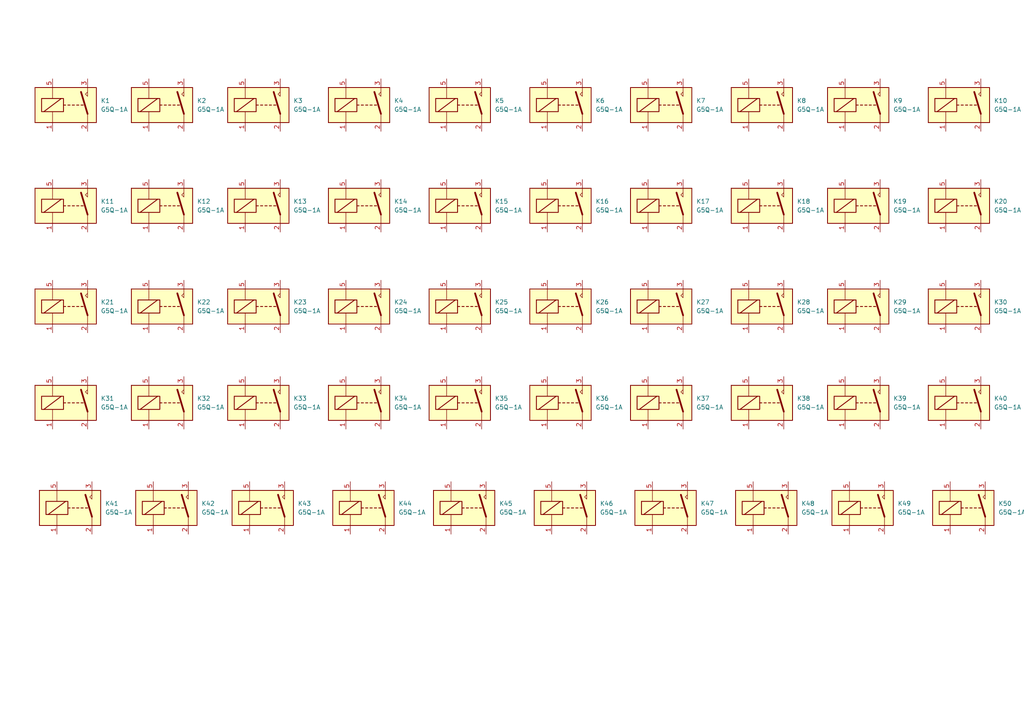
<source format=kicad_sch>
(kicad_sch (version 20250114) (generator "eeschema") (generator_version "9.0")
  (paper "A4")
  (lib_symbols
    (symbol "Relay:G5Q-1A"
      (property "Reference" "K" (at 8.89 3.81 0))
      (property "Value" "G5Q-1A" (at 8.89 1.27 0))
      (symbol "G5Q-1A_0_0"
        (polyline (pts (xy 5.08 5.08) (xy 5.08 2.54) (xy 4.445 3.175) (xy 5.08 3.81)))
      )
      (symbol "G5Q-1A_0_1"
        (rectangle (start -10.16 5.08) (end 7.62 -5.08) (stroke (width 0.254)) (fill (type background)))
        (rectangle (start -8.255 1.905) (end -1.905 -1.905) (stroke (width 0.254)))
        (polyline (pts (xy -7.62 -1.905) (xy -2.54 1.905)) (stroke (width 0.254)))
        (polyline (pts (xy -5.08 5.08) (xy -5.08 1.905)))
        (polyline (pts (xy -5.08 -5.08) (xy -5.08 -1.905)))
        (polyline (pts (xy -1.905 0) (xy -1.27 0)) (stroke (width 0.254)))
        (polyline (pts (xy -0.635 0) (xy 0 0)) (stroke (width 0.254)))
        (polyline (pts (xy 0.635 0) (xy 1.27 0)) (stroke (width 0.254)))
        (polyline (pts (xy 1.905 0) (xy 2.54 0)) (stroke (width 0.254)))
        (polyline (pts (xy 3.175 0) (xy 3.81 0)) (stroke (width 0.254)))
        (polyline (pts (xy 5.08 -2.54) (xy 3.175 3.81)) (stroke (width 0.508)))
        (polyline (pts (xy 5.08 -2.54) (xy 5.08 -5.08)))
      )
      (symbol "G5Q-1A_1_1"
        (pin passive line (at -5.08 7.62 270) (length 2.54) (name "~") (number "5"))
        (pin passive line (at -5.08 -7.62 90) (length 2.54) (name "~") (number "1"))
        (pin passive line (at 5.08 7.62 270) (length 2.54) (name "~") (number "3"))
        (pin passive line (at 5.08 -7.62 90) (length 2.54) (name "~") (number "2"))
      )
    )
  )
  (symbol (lib_id "Relay:G5Q-1A") (at 163.83 30.48 0) (unit 1)
    (property "Reference" "K6" (at 172.72 29.2099 0) (effects (justify left)))
    (property "Value" "G5Q-1A" (at 172.72 31.7499 0) (effects (justify left)))
    (property "Footprint" "Relay_THT:Relay_SPST_Omron-G5Q-1A" (effects (hide yes)))
    (property "Datasheet" "https://www.omron.com/ecb/products/pdf/en-g5q.pdf" (effects (hide yes)))
    (property "Description" "Omron G5Q relay, Miniature Single Pole, SPST-NO, 10A" (effects (hide yes)))
  )
  (symbol (lib_id "Relay:G5Q-1A") (at 135.89 147.32 0) (unit 1)
    (property "Reference" "K45" (at 144.78 146.0499 0) (effects (justify left)))
    (property "Value" "G5Q-1A" (at 144.78 148.5899 0) (effects (justify left)))
    (property "Footprint" "Relay_THT:Relay_SPST_Omron-G5Q-1A" (effects (hide yes)))
    (property "Datasheet" "https://www.omron.com/ecb/products/pdf/en-g5q.pdf" (effects (hide yes)))
    (property "Description" "Omron G5Q relay, Miniature Single Pole, SPST-NO, 10A" (effects (hide yes)))
  )
  (symbol (lib_id "Relay:G5Q-1A") (at 105.41 30.48 0) (unit 1)
    (property "Reference" "K4" (at 114.3 29.2099 0) (effects (justify left)))
    (property "Value" "G5Q-1A" (at 114.3 31.7499 0) (effects (justify left)))
    (property "Footprint" "Relay_THT:Relay_SPST_Omron-G5Q-1A" (effects (hide yes)))
    (property "Datasheet" "https://www.omron.com/ecb/products/pdf/en-g5q.pdf" (effects (hide yes)))
    (property "Description" "Omron G5Q relay, Miniature Single Pole, SPST-NO, 10A" (effects (hide yes)))
  )
  (symbol (lib_id "Relay:G5Q-1A") (at 250.19 116.84 0) (unit 1)
    (property "Reference" "K39" (at 259.08 115.5699 0) (effects (justify left)))
    (property "Value" "G5Q-1A" (at 259.08 118.1099 0) (effects (justify left)))
    (property "Footprint" "Relay_THT:Relay_SPST_Omron-G5Q-1A" (effects (hide yes)))
    (property "Datasheet" "https://www.omron.com/ecb/products/pdf/en-g5q.pdf" (effects (hide yes)))
    (property "Description" "Omron G5Q relay, Miniature Single Pole, SPST-NO, 10A" (effects (hide yes)))
  )
  (symbol (lib_id "Relay:G5Q-1A") (at 279.4 59.69 0) (unit 1)
    (property "Reference" "K20" (at 288.29 58.4199 0) (effects (justify left)))
    (property "Value" "G5Q-1A" (at 288.29 60.9599 0) (effects (justify left)))
    (property "Footprint" "Relay_THT:Relay_SPST_Omron-G5Q-1A" (effects (hide yes)))
    (property "Datasheet" "https://www.omron.com/ecb/products/pdf/en-g5q.pdf" (effects (hide yes)))
    (property "Description" "Omron G5Q relay, Miniature Single Pole, SPST-NO, 10A" (effects (hide yes)))
  )
  (symbol (lib_id "Relay:G5Q-1A") (at 77.47 147.32 0) (unit 1)
    (property "Reference" "K43" (at 86.36 146.0499 0) (effects (justify left)))
    (property "Value" "G5Q-1A" (at 86.36 148.5899 0) (effects (justify left)))
    (property "Footprint" "Relay_THT:Relay_SPST_Omron-G5Q-1A" (effects (hide yes)))
    (property "Datasheet" "https://www.omron.com/ecb/products/pdf/en-g5q.pdf" (effects (hide yes)))
    (property "Description" "Omron G5Q relay, Miniature Single Pole, SPST-NO, 10A" (effects (hide yes)))
  )
  (symbol (lib_id "Relay:G5Q-1A") (at 251.46 147.32 0) (unit 1)
    (property "Reference" "K49" (at 260.35 146.0499 0) (effects (justify left)))
    (property "Value" "G5Q-1A" (at 260.35 148.5899 0) (effects (justify left)))
    (property "Footprint" "Relay_THT:Relay_SPST_Omron-G5Q-1A" (effects (hide yes)))
    (property "Datasheet" "https://www.omron.com/ecb/products/pdf/en-g5q.pdf" (effects (hide yes)))
    (property "Description" "Omron G5Q relay, Miniature Single Pole, SPST-NO, 10A" (effects (hide yes)))
  )
  (symbol (lib_id "Relay:G5Q-1A") (at 163.83 88.9 0) (unit 1)
    (property "Reference" "K26" (at 172.72 87.6299 0) (effects (justify left)))
    (property "Value" "G5Q-1A" (at 172.72 90.1699 0) (effects (justify left)))
    (property "Footprint" "Relay_THT:Relay_SPST_Omron-G5Q-1A" (effects (hide yes)))
    (property "Datasheet" "https://www.omron.com/ecb/products/pdf/en-g5q.pdf" (effects (hide yes)))
    (property "Description" "Omron G5Q relay, Miniature Single Pole, SPST-NO, 10A" (effects (hide yes)))
  )
  (symbol (lib_id "Relay:G5Q-1A") (at 20.32 30.48 0) (unit 1)
    (property "Reference" "K1" (at 29.21 29.2099 0) (effects (justify left)))
    (property "Value" "G5Q-1A" (at 29.21 31.7499 0) (effects (justify left)))
    (property "Footprint" "Relay_THT:Relay_SPST_Omron-G5Q-1A" (effects (hide yes)))
    (property "Datasheet" "https://www.omron.com/ecb/products/pdf/en-g5q.pdf" (effects (hide yes)))
    (property "Description" "Omron G5Q relay, Miniature Single Pole, SPST-NO, 10A" (effects (hide yes)))
  )
  (symbol (lib_id "Relay:G5Q-1A") (at 105.41 88.9 0) (unit 1)
    (property "Reference" "K24" (at 114.3 87.6299 0) (effects (justify left)))
    (property "Value" "G5Q-1A" (at 114.3 90.1699 0) (effects (justify left)))
    (property "Footprint" "Relay_THT:Relay_SPST_Omron-G5Q-1A" (effects (hide yes)))
    (property "Datasheet" "https://www.omron.com/ecb/products/pdf/en-g5q.pdf" (effects (hide yes)))
    (property "Description" "Omron G5Q relay, Miniature Single Pole, SPST-NO, 10A" (effects (hide yes)))
  )
  (symbol (lib_id "Relay:G5Q-1A") (at 223.52 147.32 0) (unit 1)
    (property "Reference" "K48" (at 232.41 146.0499 0) (effects (justify left)))
    (property "Value" "G5Q-1A" (at 232.41 148.5899 0) (effects (justify left)))
    (property "Footprint" "Relay_THT:Relay_SPST_Omron-G5Q-1A" (effects (hide yes)))
    (property "Datasheet" "https://www.omron.com/ecb/products/pdf/en-g5q.pdf" (effects (hide yes)))
    (property "Description" "Omron G5Q relay, Miniature Single Pole, SPST-NO, 10A" (effects (hide yes)))
  )
  (symbol (lib_id "Relay:G5Q-1A") (at 194.31 147.32 0) (unit 1)
    (property "Reference" "K47" (at 203.2 146.0499 0) (effects (justify left)))
    (property "Value" "G5Q-1A" (at 203.2 148.5899 0) (effects (justify left)))
    (property "Footprint" "Relay_THT:Relay_SPST_Omron-G5Q-1A" (effects (hide yes)))
    (property "Datasheet" "https://www.omron.com/ecb/products/pdf/en-g5q.pdf" (effects (hide yes)))
    (property "Description" "Omron G5Q relay, Miniature Single Pole, SPST-NO, 10A" (effects (hide yes)))
  )
  (symbol (lib_id "Relay:G5Q-1A") (at 134.62 30.48 0) (unit 1)
    (property "Reference" "K5" (at 143.51 29.2099 0) (effects (justify left)))
    (property "Value" "G5Q-1A" (at 143.51 31.7499 0) (effects (justify left)))
    (property "Footprint" "Relay_THT:Relay_SPST_Omron-G5Q-1A" (effects (hide yes)))
    (property "Datasheet" "https://www.omron.com/ecb/products/pdf/en-g5q.pdf" (effects (hide yes)))
    (property "Description" "Omron G5Q relay, Miniature Single Pole, SPST-NO, 10A" (effects (hide yes)))
  )
  (symbol (lib_id "Relay:G5Q-1A") (at 76.2 30.48 0) (unit 1)
    (property "Reference" "K3" (at 85.09 29.2099 0) (effects (justify left)))
    (property "Value" "G5Q-1A" (at 85.09 31.7499 0) (effects (justify left)))
    (property "Footprint" "Relay_THT:Relay_SPST_Omron-G5Q-1A" (effects (hide yes)))
    (property "Datasheet" "https://www.omron.com/ecb/products/pdf/en-g5q.pdf" (effects (hide yes)))
    (property "Description" "Omron G5Q relay, Miniature Single Pole, SPST-NO, 10A" (effects (hide yes)))
  )
  (symbol (lib_id "Relay:G5Q-1A") (at 48.26 88.9 0) (unit 1)
    (property "Reference" "K22" (at 57.15 87.6299 0) (effects (justify left)))
    (property "Value" "G5Q-1A" (at 57.15 90.1699 0) (effects (justify left)))
    (property "Footprint" "Relay_THT:Relay_SPST_Omron-G5Q-1A" (effects (hide yes)))
    (property "Datasheet" "https://www.omron.com/ecb/products/pdf/en-g5q.pdf" (effects (hide yes)))
    (property "Description" "Omron G5Q relay, Miniature Single Pole, SPST-NO, 10A" (effects (hide yes)))
  )
  (symbol (lib_id "Relay:G5Q-1A") (at 165.1 147.32 0) (unit 1)
    (property "Reference" "K46" (at 173.99 146.0499 0) (effects (justify left)))
    (property "Value" "G5Q-1A" (at 173.99 148.5899 0) (effects (justify left)))
    (property "Footprint" "Relay_THT:Relay_SPST_Omron-G5Q-1A" (effects (hide yes)))
    (property "Datasheet" "https://www.omron.com/ecb/products/pdf/en-g5q.pdf" (effects (hide yes)))
    (property "Description" "Omron G5Q relay, Miniature Single Pole, SPST-NO, 10A" (effects (hide yes)))
  )
  (symbol (lib_id "Relay:G5Q-1A") (at 193.04 59.69 0) (unit 1)
    (property "Reference" "K17" (at 201.93 58.4199 0) (effects (justify left)))
    (property "Value" "G5Q-1A" (at 201.93 60.9599 0) (effects (justify left)))
    (property "Footprint" "Relay_THT:Relay_SPST_Omron-G5Q-1A" (effects (hide yes)))
    (property "Datasheet" "https://www.omron.com/ecb/products/pdf/en-g5q.pdf" (effects (hide yes)))
    (property "Description" "Omron G5Q relay, Miniature Single Pole, SPST-NO, 10A" (effects (hide yes)))
  )
  (symbol (lib_id "Relay:G5Q-1A") (at 48.26 30.48 0) (unit 1)
    (property "Reference" "K2" (at 57.15 29.2099 0) (effects (justify left)))
    (property "Value" "G5Q-1A" (at 57.15 31.7499 0) (effects (justify left)))
    (property "Footprint" "Relay_THT:Relay_SPST_Omron-G5Q-1A" (effects (hide yes)))
    (property "Datasheet" "https://www.omron.com/ecb/products/pdf/en-g5q.pdf" (effects (hide yes)))
    (property "Description" "Omron G5Q relay, Miniature Single Pole, SPST-NO, 10A" (effects (hide yes)))
  )
  (symbol (lib_id "Relay:G5Q-1A") (at 105.41 116.84 0) (unit 1)
    (property "Reference" "K34" (at 114.3 115.5699 0) (effects (justify left)))
    (property "Value" "G5Q-1A" (at 114.3 118.1099 0) (effects (justify left)))
    (property "Footprint" "Relay_THT:Relay_SPST_Omron-G5Q-1A" (effects (hide yes)))
    (property "Datasheet" "https://www.omron.com/ecb/products/pdf/en-g5q.pdf" (effects (hide yes)))
    (property "Description" "Omron G5Q relay, Miniature Single Pole, SPST-NO, 10A" (effects (hide yes)))
  )
  (symbol (lib_id "Relay:G5Q-1A") (at 134.62 116.84 0) (unit 1)
    (property "Reference" "K35" (at 143.51 115.5699 0) (effects (justify left)))
    (property "Value" "G5Q-1A" (at 143.51 118.1099 0) (effects (justify left)))
    (property "Footprint" "Relay_THT:Relay_SPST_Omron-G5Q-1A" (effects (hide yes)))
    (property "Datasheet" "https://www.omron.com/ecb/products/pdf/en-g5q.pdf" (effects (hide yes)))
    (property "Description" "Omron G5Q relay, Miniature Single Pole, SPST-NO, 10A" (effects (hide yes)))
  )
  (symbol (lib_id "Relay:G5Q-1A") (at 279.4 116.84 0) (unit 1)
    (property "Reference" "K40" (at 288.29 115.5699 0) (effects (justify left)))
    (property "Value" "G5Q-1A" (at 288.29 118.1099 0) (effects (justify left)))
    (property "Footprint" "Relay_THT:Relay_SPST_Omron-G5Q-1A" (effects (hide yes)))
    (property "Datasheet" "https://www.omron.com/ecb/products/pdf/en-g5q.pdf" (effects (hide yes)))
    (property "Description" "Omron G5Q relay, Miniature Single Pole, SPST-NO, 10A" (effects (hide yes)))
  )
  (symbol (lib_id "Relay:G5Q-1A") (at 134.62 59.69 0) (unit 1)
    (property "Reference" "K15" (at 143.51 58.4199 0) (effects (justify left)))
    (property "Value" "G5Q-1A" (at 143.51 60.9599 0) (effects (justify left)))
    (property "Footprint" "Relay_THT:Relay_SPST_Omron-G5Q-1A" (effects (hide yes)))
    (property "Datasheet" "https://www.omron.com/ecb/products/pdf/en-g5q.pdf" (effects (hide yes)))
    (property "Description" "Omron G5Q relay, Miniature Single Pole, SPST-NO, 10A" (effects (hide yes)))
  )
  (symbol (lib_id "Relay:G5Q-1A") (at 250.19 88.9 0) (unit 1)
    (property "Reference" "K29" (at 259.08 87.6299 0) (effects (justify left)))
    (property "Value" "G5Q-1A" (at 259.08 90.1699 0) (effects (justify left)))
    (property "Footprint" "Relay_THT:Relay_SPST_Omron-G5Q-1A" (effects (hide yes)))
    (property "Datasheet" "https://www.omron.com/ecb/products/pdf/en-g5q.pdf" (effects (hide yes)))
    (property "Description" "Omron G5Q relay, Miniature Single Pole, SPST-NO, 10A" (effects (hide yes)))
  )
  (symbol (lib_id "Relay:G5Q-1A") (at 20.32 59.69 0) (unit 1)
    (property "Reference" "K11" (at 29.21 58.4199 0) (effects (justify left)))
    (property "Value" "G5Q-1A" (at 29.21 60.9599 0) (effects (justify left)))
    (property "Footprint" "Relay_THT:Relay_SPST_Omron-G5Q-1A" (effects (hide yes)))
    (property "Datasheet" "https://www.omron.com/ecb/products/pdf/en-g5q.pdf" (effects (hide yes)))
    (property "Description" "Omron G5Q relay, Miniature Single Pole, SPST-NO, 10A" (effects (hide yes)))
  )
  (symbol (lib_id "Relay:G5Q-1A") (at 222.25 30.48 0) (unit 1)
    (property "Reference" "K8" (at 231.14 29.2099 0) (effects (justify left)))
    (property "Value" "G5Q-1A" (at 231.14 31.7499 0) (effects (justify left)))
    (property "Footprint" "Relay_THT:Relay_SPST_Omron-G5Q-1A" (effects (hide yes)))
    (property "Datasheet" "https://www.omron.com/ecb/products/pdf/en-g5q.pdf" (effects (hide yes)))
    (property "Description" "Omron G5Q relay, Miniature Single Pole, SPST-NO, 10A" (effects (hide yes)))
  )
  (symbol (lib_id "Relay:G5Q-1A") (at 49.53 147.32 0) (unit 1)
    (property "Reference" "K42" (at 58.42 146.0499 0) (effects (justify left)))
    (property "Value" "G5Q-1A" (at 58.42 148.5899 0) (effects (justify left)))
    (property "Footprint" "Relay_THT:Relay_SPST_Omron-G5Q-1A" (effects (hide yes)))
    (property "Datasheet" "https://www.omron.com/ecb/products/pdf/en-g5q.pdf" (effects (hide yes)))
    (property "Description" "Omron G5Q relay, Miniature Single Pole, SPST-NO, 10A" (effects (hide yes)))
  )
  (symbol (lib_id "Relay:G5Q-1A") (at 250.19 30.48 0) (unit 1)
    (property "Reference" "K9" (at 259.08 29.2099 0) (effects (justify left)))
    (property "Value" "G5Q-1A" (at 259.08 31.7499 0) (effects (justify left)))
    (property "Footprint" "Relay_THT:Relay_SPST_Omron-G5Q-1A" (effects (hide yes)))
    (property "Datasheet" "https://www.omron.com/ecb/products/pdf/en-g5q.pdf" (effects (hide yes)))
    (property "Description" "Omron G5Q relay, Miniature Single Pole, SPST-NO, 10A" (effects (hide yes)))
  )
  (symbol (lib_id "Relay:G5Q-1A") (at 163.83 116.84 0) (unit 1)
    (property "Reference" "K36" (at 172.72 115.5699 0) (effects (justify left)))
    (property "Value" "G5Q-1A" (at 172.72 118.1099 0) (effects (justify left)))
    (property "Footprint" "Relay_THT:Relay_SPST_Omron-G5Q-1A" (effects (hide yes)))
    (property "Datasheet" "https://www.omron.com/ecb/products/pdf/en-g5q.pdf" (effects (hide yes)))
    (property "Description" "Omron G5Q relay, Miniature Single Pole, SPST-NO, 10A" (effects (hide yes)))
  )
  (symbol (lib_id "Relay:G5Q-1A") (at 250.19 59.69 0) (unit 1)
    (property "Reference" "K19" (at 259.08 58.4199 0) (effects (justify left)))
    (property "Value" "G5Q-1A" (at 259.08 60.9599 0) (effects (justify left)))
    (property "Footprint" "Relay_THT:Relay_SPST_Omron-G5Q-1A" (effects (hide yes)))
    (property "Datasheet" "https://www.omron.com/ecb/products/pdf/en-g5q.pdf" (effects (hide yes)))
    (property "Description" "Omron G5Q relay, Miniature Single Pole, SPST-NO, 10A" (effects (hide yes)))
  )
  (symbol (lib_id "Relay:G5Q-1A") (at 20.32 116.84 0) (unit 1)
    (property "Reference" "K31" (at 29.21 115.5699 0) (effects (justify left)))
    (property "Value" "G5Q-1A" (at 29.21 118.1099 0) (effects (justify left)))
    (property "Footprint" "Relay_THT:Relay_SPST_Omron-G5Q-1A" (effects (hide yes)))
    (property "Datasheet" "https://www.omron.com/ecb/products/pdf/en-g5q.pdf" (effects (hide yes)))
    (property "Description" "Omron G5Q relay, Miniature Single Pole, SPST-NO, 10A" (effects (hide yes)))
  )
  (symbol (lib_id "Relay:G5Q-1A") (at 48.26 116.84 0) (unit 1)
    (property "Reference" "K32" (at 57.15 115.5699 0) (effects (justify left)))
    (property "Value" "G5Q-1A" (at 57.15 118.1099 0) (effects (justify left)))
    (property "Footprint" "Relay_THT:Relay_SPST_Omron-G5Q-1A" (effects (hide yes)))
    (property "Datasheet" "https://www.omron.com/ecb/products/pdf/en-g5q.pdf" (effects (hide yes)))
    (property "Description" "Omron G5Q relay, Miniature Single Pole, SPST-NO, 10A" (effects (hide yes)))
  )
  (symbol (lib_id "Relay:G5Q-1A") (at 76.2 116.84 0) (unit 1)
    (property "Reference" "K33" (at 85.09 115.5699 0) (effects (justify left)))
    (property "Value" "G5Q-1A" (at 85.09 118.1099 0) (effects (justify left)))
    (property "Footprint" "Relay_THT:Relay_SPST_Omron-G5Q-1A" (effects (hide yes)))
    (property "Datasheet" "https://www.omron.com/ecb/products/pdf/en-g5q.pdf" (effects (hide yes)))
    (property "Description" "Omron G5Q relay, Miniature Single Pole, SPST-NO, 10A" (effects (hide yes)))
  )
  (symbol (lib_id "Relay:G5Q-1A") (at 21.59 147.32 0) (unit 1)
    (property "Reference" "K41" (at 30.48 146.0499 0) (effects (justify left)))
    (property "Value" "G5Q-1A" (at 30.48 148.5899 0) (effects (justify left)))
    (property "Footprint" "Relay_THT:Relay_SPST_Omron-G5Q-1A" (effects (hide yes)))
    (property "Datasheet" "https://www.omron.com/ecb/products/pdf/en-g5q.pdf" (effects (hide yes)))
    (property "Description" "Omron G5Q relay, Miniature Single Pole, SPST-NO, 10A" (effects (hide yes)))
  )
  (symbol (lib_id "Relay:G5Q-1A") (at 222.25 59.69 0) (unit 1)
    (property "Reference" "K18" (at 231.14 58.4199 0) (effects (justify left)))
    (property "Value" "G5Q-1A" (at 231.14 60.9599 0) (effects (justify left)))
    (property "Footprint" "Relay_THT:Relay_SPST_Omron-G5Q-1A" (effects (hide yes)))
    (property "Datasheet" "https://www.omron.com/ecb/products/pdf/en-g5q.pdf" (effects (hide yes)))
    (property "Description" "Omron G5Q relay, Miniature Single Pole, SPST-NO, 10A" (effects (hide yes)))
  )
  (symbol (lib_id "Relay:G5Q-1A") (at 193.04 30.48 0) (unit 1)
    (property "Reference" "K7" (at 201.93 29.2099 0) (effects (justify left)))
    (property "Value" "G5Q-1A" (at 201.93 31.7499 0) (effects (justify left)))
    (property "Footprint" "Relay_THT:Relay_SPST_Omron-G5Q-1A" (effects (hide yes)))
    (property "Datasheet" "https://www.omron.com/ecb/products/pdf/en-g5q.pdf" (effects (hide yes)))
    (property "Description" "Omron G5Q relay, Miniature Single Pole, SPST-NO, 10A" (effects (hide yes)))
  )
  (symbol (lib_id "Relay:G5Q-1A") (at 279.4 88.9 0) (unit 1)
    (property "Reference" "K30" (at 288.29 87.6299 0) (effects (justify left)))
    (property "Value" "G5Q-1A" (at 288.29 90.1699 0) (effects (justify left)))
    (property "Footprint" "Relay_THT:Relay_SPST_Omron-G5Q-1A" (effects (hide yes)))
    (property "Datasheet" "https://www.omron.com/ecb/products/pdf/en-g5q.pdf" (effects (hide yes)))
    (property "Description" "Omron G5Q relay, Miniature Single Pole, SPST-NO, 10A" (effects (hide yes)))
  )
  (symbol (lib_id "Relay:G5Q-1A") (at 106.68 147.32 0) (unit 1)
    (property "Reference" "K44" (at 115.57 146.0499 0) (effects (justify left)))
    (property "Value" "G5Q-1A" (at 115.57 148.5899 0) (effects (justify left)))
    (property "Footprint" "Relay_THT:Relay_SPST_Omron-G5Q-1A" (effects (hide yes)))
    (property "Datasheet" "https://www.omron.com/ecb/products/pdf/en-g5q.pdf" (effects (hide yes)))
    (property "Description" "Omron G5Q relay, Miniature Single Pole, SPST-NO, 10A" (effects (hide yes)))
  )
  (symbol (lib_id "Relay:G5Q-1A") (at 76.2 59.69 0) (unit 1)
    (property "Reference" "K13" (at 85.09 58.4199 0) (effects (justify left)))
    (property "Value" "G5Q-1A" (at 85.09 60.9599 0) (effects (justify left)))
    (property "Footprint" "Relay_THT:Relay_SPST_Omron-G5Q-1A" (effects (hide yes)))
    (property "Datasheet" "https://www.omron.com/ecb/products/pdf/en-g5q.pdf" (effects (hide yes)))
    (property "Description" "Omron G5Q relay, Miniature Single Pole, SPST-NO, 10A" (effects (hide yes)))
  )
  (symbol (lib_id "Relay:G5Q-1A") (at 222.25 116.84 0) (unit 1)
    (property "Reference" "K38" (at 231.14 115.5699 0) (effects (justify left)))
    (property "Value" "G5Q-1A" (at 231.14 118.1099 0) (effects (justify left)))
    (property "Footprint" "Relay_THT:Relay_SPST_Omron-G5Q-1A" (effects (hide yes)))
    (property "Datasheet" "https://www.omron.com/ecb/products/pdf/en-g5q.pdf" (effects (hide yes)))
    (property "Description" "Omron G5Q relay, Miniature Single Pole, SPST-NO, 10A" (effects (hide yes)))
  )
  (symbol (lib_id "Relay:G5Q-1A") (at 134.62 88.9 0) (unit 1)
    (property "Reference" "K25" (at 143.51 87.6299 0) (effects (justify left)))
    (property "Value" "G5Q-1A" (at 143.51 90.1699 0) (effects (justify left)))
    (property "Footprint" "Relay_THT:Relay_SPST_Omron-G5Q-1A" (effects (hide yes)))
    (property "Datasheet" "https://www.omron.com/ecb/products/pdf/en-g5q.pdf" (effects (hide yes)))
    (property "Description" "Omron G5Q relay, Miniature Single Pole, SPST-NO, 10A" (effects (hide yes)))
  )
  (symbol (lib_id "Relay:G5Q-1A") (at 76.2 88.9 0) (unit 1)
    (property "Reference" "K23" (at 85.09 87.6299 0) (effects (justify left)))
    (property "Value" "G5Q-1A" (at 85.09 90.1699 0) (effects (justify left)))
    (property "Footprint" "Relay_THT:Relay_SPST_Omron-G5Q-1A" (effects (hide yes)))
    (property "Datasheet" "https://www.omron.com/ecb/products/pdf/en-g5q.pdf" (effects (hide yes)))
    (property "Description" "Omron G5Q relay, Miniature Single Pole, SPST-NO, 10A" (effects (hide yes)))
  )
  (symbol (lib_id "Relay:G5Q-1A") (at 163.83 59.69 0) (unit 1)
    (property "Reference" "K16" (at 172.72 58.4199 0) (effects (justify left)))
    (property "Value" "G5Q-1A" (at 172.72 60.9599 0) (effects (justify left)))
    (property "Footprint" "Relay_THT:Relay_SPST_Omron-G5Q-1A" (effects (hide yes)))
    (property "Datasheet" "https://www.omron.com/ecb/products/pdf/en-g5q.pdf" (effects (hide yes)))
    (property "Description" "Omron G5Q relay, Miniature Single Pole, SPST-NO, 10A" (effects (hide yes)))
  )
  (symbol (lib_id "Relay:G5Q-1A") (at 279.4 30.48 0) (unit 1)
    (property "Reference" "K10" (at 288.29 29.2099 0) (effects (justify left)))
    (property "Value" "G5Q-1A" (at 288.29 31.7499 0) (effects (justify left)))
    (property "Footprint" "Relay_THT:Relay_SPST_Omron-G5Q-1A" (effects (hide yes)))
    (property "Datasheet" "https://www.omron.com/ecb/products/pdf/en-g5q.pdf" (effects (hide yes)))
    (property "Description" "Omron G5Q relay, Miniature Single Pole, SPST-NO, 10A" (effects (hide yes)))
  )
  (symbol (lib_id "Relay:G5Q-1A") (at 48.26 59.69 0) (unit 1)
    (property "Reference" "K12" (at 57.15 58.4199 0) (effects (justify left)))
    (property "Value" "G5Q-1A" (at 57.15 60.9599 0) (effects (justify left)))
    (property "Footprint" "Relay_THT:Relay_SPST_Omron-G5Q-1A" (effects (hide yes)))
    (property "Datasheet" "https://www.omron.com/ecb/products/pdf/en-g5q.pdf" (effects (hide yes)))
    (property "Description" "Omron G5Q relay, Miniature Single Pole, SPST-NO, 10A" (effects (hide yes)))
  )
  (symbol (lib_id "Relay:G5Q-1A") (at 193.04 88.9 0) (unit 1)
    (property "Reference" "K27" (at 201.93 87.6299 0) (effects (justify left)))
    (property "Value" "G5Q-1A" (at 201.93 90.1699 0) (effects (justify left)))
    (property "Footprint" "Relay_THT:Relay_SPST_Omron-G5Q-1A" (effects (hide yes)))
    (property "Datasheet" "https://www.omron.com/ecb/products/pdf/en-g5q.pdf" (effects (hide yes)))
    (property "Description" "Omron G5Q relay, Miniature Single Pole, SPST-NO, 10A" (effects (hide yes)))
  )
  (symbol (lib_id "Relay:G5Q-1A") (at 222.25 88.9 0) (unit 1)
    (property "Reference" "K28" (at 231.14 87.6299 0) (effects (justify left)))
    (property "Value" "G5Q-1A" (at 231.14 90.1699 0) (effects (justify left)))
    (property "Footprint" "Relay_THT:Relay_SPST_Omron-G5Q-1A" (effects (hide yes)))
    (property "Datasheet" "https://www.omron.com/ecb/products/pdf/en-g5q.pdf" (effects (hide yes)))
    (property "Description" "Omron G5Q relay, Miniature Single Pole, SPST-NO, 10A" (effects (hide yes)))
  )
  (symbol (lib_id "Relay:G5Q-1A") (at 193.04 116.84 0) (unit 1)
    (property "Reference" "K37" (at 201.93 115.5699 0) (effects (justify left)))
    (property "Value" "G5Q-1A" (at 201.93 118.1099 0) (effects (justify left)))
    (property "Footprint" "Relay_THT:Relay_SPST_Omron-G5Q-1A" (effects (hide yes)))
    (property "Datasheet" "https://www.omron.com/ecb/products/pdf/en-g5q.pdf" (effects (hide yes)))
    (property "Description" "Omron G5Q relay, Miniature Single Pole, SPST-NO, 10A" (effects (hide yes)))
  )
  (symbol (lib_id "Relay:G5Q-1A") (at 20.32 88.9 0) (unit 1)
    (property "Reference" "K21" (at 29.21 87.6299 0) (effects (justify left)))
    (property "Value" "G5Q-1A" (at 29.21 90.1699 0) (effects (justify left)))
    (property "Footprint" "Relay_THT:Relay_SPST_Omron-G5Q-1A" (effects (hide yes)))
    (property "Datasheet" "https://www.omron.com/ecb/products/pdf/en-g5q.pdf" (effects (hide yes)))
    (property "Description" "Omron G5Q relay, Miniature Single Pole, SPST-NO, 10A" (effects (hide yes)))
  )
  (symbol (lib_id "Relay:G5Q-1A") (at 105.41 59.69 0) (unit 1)
    (property "Reference" "K14" (at 114.3 58.4199 0) (effects (justify left)))
    (property "Value" "G5Q-1A" (at 114.3 60.9599 0) (effects (justify left)))
    (property "Footprint" "Relay_THT:Relay_SPST_Omron-G5Q-1A" (effects (hide yes)))
    (property "Datasheet" "https://www.omron.com/ecb/products/pdf/en-g5q.pdf" (effects (hide yes)))
    (property "Description" "Omron G5Q relay, Miniature Single Pole, SPST-NO, 10A" (effects (hide yes)))
  )
  (symbol (lib_id "Relay:G5Q-1A") (at 280.67 147.32 0) (unit 1)
    (property "Reference" "K50" (at 289.56 146.0499 0) (effects (justify left)))
    (property "Value" "G5Q-1A" (at 289.56 148.5899 0) (effects (justify left)))
    (property "Footprint" "Relay_THT:Relay_SPST_Omron-G5Q-1A" (effects (hide yes)))
    (property "Datasheet" "https://www.omron.com/ecb/products/pdf/en-g5q.pdf" (effects (hide yes)))
    (property "Description" "Omron G5Q relay, Miniature Single Pole, SPST-NO, 10A" (effects (hide yes)))
  )
)
</source>
